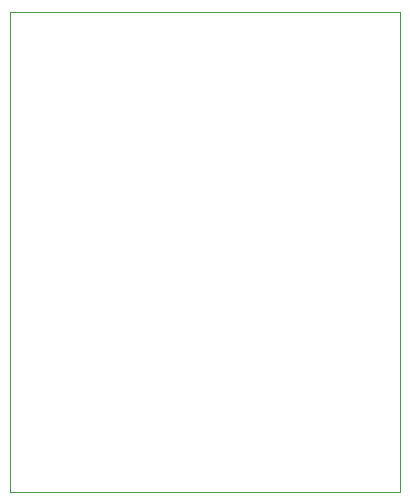
<source format=gbr>
G04 #@! TF.GenerationSoftware,KiCad,Pcbnew,(5.1.0)-1*
G04 #@! TF.CreationDate,2021-07-24T01:49:12-05:00*
G04 #@! TF.ProjectId,nixie_legacy,6e697869-655f-46c6-9567-6163792e6b69,rev?*
G04 #@! TF.SameCoordinates,Original*
G04 #@! TF.FileFunction,Profile,NP*
%FSLAX46Y46*%
G04 Gerber Fmt 4.6, Leading zero omitted, Abs format (unit mm)*
G04 Created by KiCad (PCBNEW (5.1.0)-1) date 2021-07-24 01:49:12*
%MOMM*%
%LPD*%
G04 APERTURE LIST*
%ADD10C,0.050000*%
G04 APERTURE END LIST*
D10*
X120904000Y-77470000D02*
X120904000Y-118110000D01*
X87884000Y-77470000D02*
X120904000Y-77470000D01*
X87884000Y-118110000D02*
X87884000Y-77470000D01*
X120904000Y-118110000D02*
X87884000Y-118110000D01*
M02*

</source>
